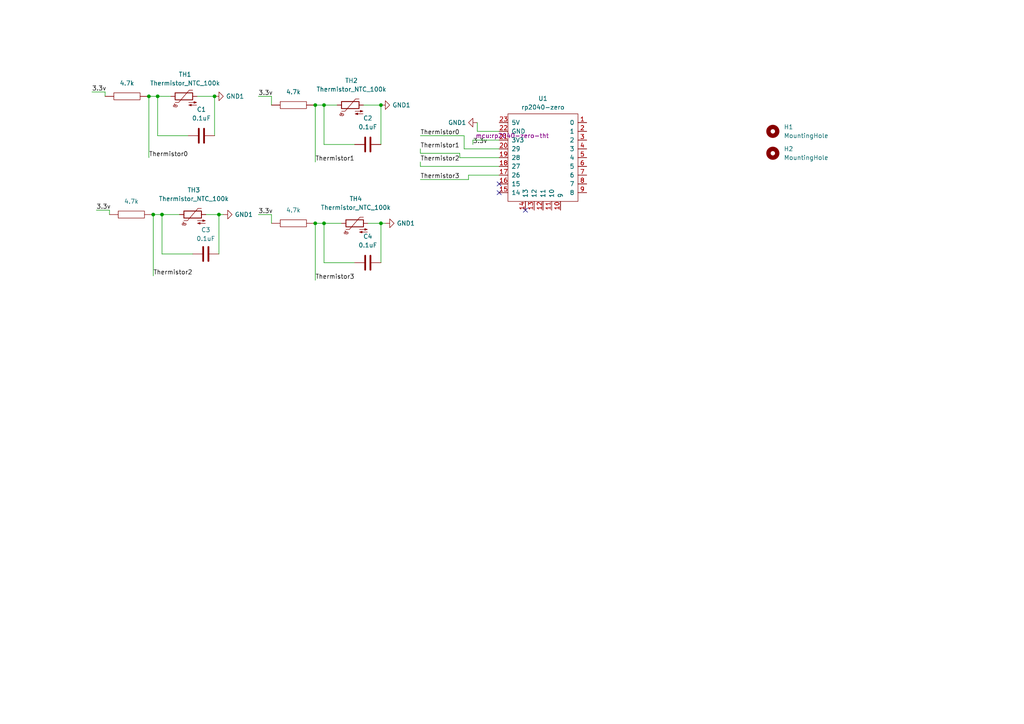
<source format=kicad_sch>
(kicad_sch (version 20231120) (generator "eeschema") (generator_version "8.0")
  (paper "A4")
  (lib_symbols
    (symbol "Device:C" (pin_numbers hide) (pin_names (offset 0.254))
      (property "Reference" "C" (at 0.635 2.54 0))
      (property "Value" "C" (at 0.635 -2.54 0))
      (symbol "C_0_1"
        (polyline (pts (xy -2.032 -0.762) (xy 2.032 -0.762)) (stroke (width 0.508)))
        (polyline (pts (xy -2.032 0.762) (xy 2.032 0.762)) (stroke (width 0.508)))
      )
      (symbol "C_1_1"
        (pin passive line (at 0 3.81 270) (length 2.794) (name "~") (number "1"))
        (pin passive line (at 0 -3.81 90) (length 2.794) (name "~") (number "2"))
      )
    )
    (symbol "Device:Thermistor_NTC" (pin_numbers hide) (pin_names (offset 0))
      (property "Reference" "TH" (at -4.445 0 90))
      (property "Value" "Thermistor_NTC" (at 3.175 0 90))
      (symbol "Thermistor_NTC_0_1"
        (arc (start -3.048 2.159) (mid -3.0495 2.3143) (end -3.175 2.413))
        (arc (start -3.048 2.159) (mid -2.9736 1.9794) (end -2.794 1.905))
        (arc (start -3.048 2.794) (mid -2.9736 2.6144) (end -2.794 2.54))
        (arc (start -2.794 1.905) (mid -2.6144 1.9794) (end -2.54 2.159))
        (arc (start -2.794 2.54) (mid -2.4393 2.5587) (end -2.159 2.794))
        (arc (start -2.794 3.048) (mid -2.9736 2.9736) (end -3.048 2.794))
        (arc (start -2.54 2.794) (mid -2.6144 2.9736) (end -2.794 3.048))
        (rectangle (start -1.016 2.54) (end 1.016 -2.54) (stroke (width 0.254)))
        (polyline (pts (xy -2.54 2.159) (xy -2.54 2.794)))
        (polyline (pts (xy -1.778 2.54) (xy -1.778 1.524) (xy 1.778 -1.524) (xy 1.778 -2.54)))
        (polyline (pts (xy -2.54 -3.683) (xy -2.54 -1.397) (xy -2.794 -2.159) (xy -2.286 -2.159) (xy -2.54 -1.397) (xy -2.54 -1.651)) (fill (type outline)))
        (polyline (pts (xy -1.778 -1.397) (xy -1.778 -3.683) (xy -2.032 -2.921) (xy -1.524 -2.921) (xy -1.778 -3.683) (xy -1.778 -3.429)) (fill (type outline)))
      )
      (symbol "Thermistor_NTC_1_1"
        (pin passive line (at 0 3.81 270) (length 1.27) (name "~") (number "1"))
        (pin passive line (at 0 -3.81 90) (length 1.27) (name "~") (number "2"))
      )
    )
    (symbol "Mechanical:MountingHole" (pin_names (offset 1.016))
      (property "Reference" "H" (at 0 5.08 0))
      (property "Value" "MountingHole" (at 0 3.175 0))
      (symbol "MountingHole_0_1"
        (circle (center 0 0) (radius 1.27) (stroke (width 1.27)))
      )
    )
    (symbol "mcu:rp2040-zero" (pin_names (offset 1.016))
      (property "Reference" "U" (at 0 15.24 0))
      (property "Value" "rp2040-zero" (at 0 12.7 0))
      (symbol "rp2040-zero_0_1"
        (rectangle (start -10.16 11.43) (end 10.16 -13.97))
      )
      (symbol "rp2040-zero_1_1"
        (pin bidirectional line (at 12.7 8.89 180) (length 2.54) (name "0") (number "1"))
        (pin bidirectional line (at 5.08 -16.51 90) (length 2.54) (name "9") (number "10"))
        (pin bidirectional line (at 2.54 -16.51 90) (length 2.54) (name "10") (number "11"))
        (pin bidirectional line (at 0 -16.51 90) (length 2.54) (name "11") (number "12"))
        (pin bidirectional line (at -2.54 -16.51 90) (length 2.54) (name "12") (number "13"))
        (pin bidirectional line (at -5.08 -16.51 90) (length 2.54) (name "13") (number "14"))
        (pin bidirectional line (at -12.7 -11.43 0) (length 2.54) (name "14") (number "15"))
        (pin bidirectional line (at -12.7 -8.89 0) (length 2.54) (name "15") (number "16"))
        (pin bidirectional line (at -12.7 -6.35 0) (length 2.54) (name "26") (number "17"))
        (pin bidirectional line (at -12.7 -3.81 0) (length 2.54) (name "27") (number "18"))
        (pin bidirectional line (at -12.7 -1.27 0) (length 2.54) (name "28") (number "19"))
        (pin bidirectional line (at 12.7 6.35 180) (length 2.54) (name "1") (number "2"))
        (pin bidirectional line (at -12.7 1.27 0) (length 2.54) (name "29") (number "20"))
        (pin power_out line (at -12.7 3.81 0) (length 2.54) (name "3V3") (number "21"))
        (pin power_out line (at -12.7 6.35 0) (length 2.54) (name "GND") (number "22"))
        (pin power_out line (at -12.7 8.89 0) (length 2.54) (name "5V") (number "23"))
        (pin bidirectional line (at 12.7 3.81 180) (length 2.54) (name "2") (number "3"))
        (pin bidirectional line (at 12.7 1.27 180) (length 2.54) (name "3") (number "4"))
        (pin bidirectional line (at 12.7 -1.27 180) (length 2.54) (name "4") (number "5"))
        (pin bidirectional line (at 12.7 -3.81 180) (length 2.54) (name "5") (number "6"))
        (pin bidirectional line (at 12.7 -6.35 180) (length 2.54) (name "6") (number "7"))
        (pin bidirectional line (at 12.7 -8.89 180) (length 2.54) (name "7") (number "8"))
        (pin bidirectional line (at 12.7 -11.43 180) (length 2.54) (name "8") (number "9"))
      )
    )
    (symbol "power:GND1" (power) (pin_names (offset 0))
      (property "Value" "GND1" (at 0 -3.81 0))
      (symbol "GND1_0_1"
        (polyline (pts (xy 0 0) (xy 0 -1.27) (xy 1.27 -1.27) (xy 0 -2.54) (xy -1.27 -1.27) (xy 0 -1.27)))
      )
      (symbol "GND1_1_1"
        (pin power_in line (at 0 0 270) (length 0) hide (name "GND1") (number "1"))
      )
    )
    (symbol "pspice:R" (pin_numbers hide) (pin_names (offset 0))
      (property "Reference" "R" (at 2.032 0 90))
      (property "Value" "R" (at 0 0 90))
      (symbol "R_0_1"
        (rectangle (start -1.016 3.81) (end 1.016 -3.81))
      )
      (symbol "R_1_1"
        (pin passive line (at 0 6.35 270) (length 2.54) (name "~") (number "1"))
        (pin passive line (at 0 -6.35 90) (length 2.54) (name "~") (number "2"))
      )
    )
  )
  (junction (at 62.23 27.94))
  (junction (at 110.49 30.48))
  (junction (at 110.49 64.77))
  (junction (at 43.18 27.94))
  (junction (at 93.98 64.77))
  (junction (at 91.44 30.48))
  (junction (at 44.45 62.23))
  (junction (at 46.99 62.23))
  (junction (at 93.98 30.48))
  (junction (at 91.44 64.77))
  (junction (at 63.5 62.23))
  (junction (at 45.72 27.94))
  (no_connect (at 144.78 53.34))
  (no_connect (at 144.78 55.88))
  (no_connect (at 152.4 60.96))
  (wire (pts (xy 55.88 73.66) (xy 46.99 73.66)))
  (wire (pts (xy 134.62 39.37) (xy 121.92 39.37)))
  (wire (pts (xy 54.61 39.37) (xy 45.72 39.37)))
  (wire (pts (xy 134.62 43.18) (xy 134.62 39.37)))
  (wire (pts (xy 45.72 39.37) (xy 45.72 27.94)))
  (wire (pts (xy 91.44 64.77) (xy 93.98 64.77)))
  (wire (pts (xy 121.92 44.45) (xy 133.35 44.45)))
  (wire (pts (xy 137.16 40.64) (xy 137.16 41.91)))
  (wire (pts (xy 110.49 30.48) (xy 110.49 41.91)))
  (wire (pts (xy 59.69 62.23) (xy 63.5 62.23)))
  (wire (pts (xy 133.35 44.45) (xy 133.35 45.72)))
  (wire (pts (xy 102.87 76.2) (xy 93.98 76.2)))
  (wire (pts (xy 93.98 41.91) (xy 93.98 30.48)))
  (wire (pts (xy 110.49 64.77) (xy 111.76 64.77)))
  (wire (pts (xy 144.78 38.1) (xy 138.43 38.1)))
  (wire (pts (xy 78.74 62.23) (xy 78.74 64.77)))
  (wire (pts (xy 135.89 52.07) (xy 135.89 50.8)))
  (wire (pts (xy 144.78 48.26) (xy 121.92 48.26)))
  (wire (pts (xy 93.98 76.2) (xy 93.98 64.77)))
  (wire (pts (xy 74.93 27.94) (xy 78.74 27.94)))
  (wire (pts (xy 43.18 27.94) (xy 43.18 45.72)))
  (wire (pts (xy 105.41 30.48) (xy 110.49 30.48)))
  (wire (pts (xy 121.92 48.26) (xy 121.92 46.99)))
  (wire (pts (xy 91.44 30.48) (xy 91.44 46.99)))
  (wire (pts (xy 30.48 26.67) (xy 30.48 27.94)))
  (wire (pts (xy 44.45 62.23) (xy 44.45 80.01)))
  (wire (pts (xy 78.74 27.94) (xy 78.74 30.48)))
  (wire (pts (xy 106.68 64.77) (xy 110.49 64.77)))
  (wire (pts (xy 133.35 45.72) (xy 144.78 45.72)))
  (wire (pts (xy 45.72 27.94) (xy 49.53 27.94)))
  (wire (pts (xy 93.98 64.77) (xy 99.06 64.77)))
  (wire (pts (xy 27.94 60.96) (xy 31.75 60.96)))
  (wire (pts (xy 57.15 27.94) (xy 62.23 27.94)))
  (wire (pts (xy 144.78 40.64) (xy 137.16 40.64)))
  (wire (pts (xy 91.44 30.48) (xy 93.98 30.48)))
  (wire (pts (xy 46.99 73.66) (xy 46.99 62.23)))
  (wire (pts (xy 74.93 62.23) (xy 78.74 62.23)))
  (wire (pts (xy 93.98 30.48) (xy 97.79 30.48)))
  (wire (pts (xy 144.78 43.18) (xy 134.62 43.18)))
  (wire (pts (xy 44.45 62.23) (xy 46.99 62.23)))
  (wire (pts (xy 135.89 50.8) (xy 144.78 50.8)))
  (wire (pts (xy 31.75 60.96) (xy 31.75 62.23)))
  (wire (pts (xy 138.43 38.1) (xy 138.43 35.56)))
  (wire (pts (xy 102.87 41.91) (xy 93.98 41.91)))
  (wire (pts (xy 110.49 64.77) (xy 110.49 76.2)))
  (wire (pts (xy 26.67 26.67) (xy 30.48 26.67)))
  (wire (pts (xy 63.5 62.23) (xy 63.5 73.66)))
  (wire (pts (xy 121.92 52.07) (xy 135.89 52.07)))
  (wire (pts (xy 62.23 27.94) (xy 62.23 39.37)))
  (wire (pts (xy 91.44 64.77) (xy 91.44 81.28)))
  (wire (pts (xy 63.5 62.23) (xy 64.77 62.23)))
  (wire (pts (xy 46.99 62.23) (xy 52.07 62.23)))
  (wire (pts (xy 43.18 27.94) (xy 45.72 27.94)))
  (wire (pts (xy 121.92 43.18) (xy 121.92 44.45)))
  (label "3.3v" (at 137.16 41.91 0))
  (label "Thermistor0" (at 121.92 39.37 0))
  (label "3.3v" (at 26.67 26.67 0))
  (label "Thermistor2" (at 121.92 46.99 0))
  (label "Thermistor1" (at 121.92 43.18 0))
  (label "Thermistor1" (at 91.44 46.99 0))
  (label "3.3v" (at 27.94 60.96 0))
  (label "Thermistor3" (at 91.44 81.28 0))
  (label "3.3v" (at 74.93 27.94 0))
  (label "Thermistor3" (at 121.92 52.07 0))
  (label "3.3v" (at 74.93 62.23 0))
  (label "Thermistor0" (at 43.18 45.72 0))
  (label "Thermistor2" (at 44.45 80.01 0))
  (symbol (lib_id "Device:Thermistor_NTC") (at 55.88 62.23 90) (unit 1)
    (property "Reference" "TH3" (at 56.1975 55.118 90))
    (property "Value" "Thermistor_NTC_100k" (at 56.1975 57.658 90))
    (property "Footprint" "Connector_JST:JST_XH_B2B-XH-A_1x02_P2.50mm_Vertical" (effects (hide yes)))
  )
  (symbol (lib_id "pspice:R") (at 85.09 30.48 90) (unit 1)
    (property "Reference" "T1R3" (effects (hide yes)))
    (property "Value" "4.7k" (at 85.09 26.67 90))
    (property "Footprint" "Resistor_THT:R_Axial_DIN0204_L3.6mm_D1.6mm_P2.54mm_Vertical" (effects (hide yes)))
  )
  (symbol (lib_id "Mechanical:MountingHole") (at 224.155 44.45 0) (unit 1)
    (property "Reference" "H2" (at 227.33 43.18 0) (effects (justify left)))
    (property "Value" "MountingHole" (at 227.33 45.72 0) (effects (justify left)))
    (property "Footprint" "MountingHole:MountingHole_3.2mm_M3_DIN965_Pad" (effects (hide yes)))
  )
  (symbol (lib_id "Device:Thermistor_NTC") (at 53.34 27.94 90) (unit 1)
    (property "Reference" "TH1" (at 53.6575 21.59 90))
    (property "Value" "Thermistor_NTC_100k" (at 53.6575 24.13 90))
    (property "Footprint" "Connector_JST:JST_XH_B2B-XH-A_1x02_P2.50mm_Vertical" (effects (hide yes)))
  )
  (symbol (lib_id "power:GND1") (at 111.76 64.77 90) (unit 1)
    (property "Reference" "#PWR04" (effects (hide yes)))
    (property "Value" "GND1" (at 115.062 64.7699 90) (effects (justify right)))
  )
  (symbol (lib_id "Device:Thermistor_NTC") (at 101.6 30.48 90) (unit 1)
    (property "Reference" "TH2" (at 101.9175 23.368 90))
    (property "Value" "Thermistor_NTC_100k" (at 101.9175 25.908 90))
    (property "Footprint" "Connector_JST:JST_XH_B2B-XH-A_1x02_P2.50mm_Vertical" (effects (hide yes)))
  )
  (symbol (lib_id "Device:C") (at 106.68 41.91 90) (unit 1)
    (property "Reference" "C2" (at 106.68 34.29 90))
    (property "Value" "0.1uF" (at 106.68 36.83 90))
    (property "Footprint" "Capacitor_THT:C_Disc_D7.0mm_W2.5mm_P5.00mm" (effects (hide yes)))
  )
  (symbol (lib_id "Device:Thermistor_NTC") (at 102.87 64.77 90) (unit 1)
    (property "Reference" "TH4" (at 103.1875 57.658 90))
    (property "Value" "Thermistor_NTC_100k" (at 103.1875 60.198 90))
    (property "Footprint" "Connector_JST:JST_XH_B2B-XH-A_1x02_P2.50mm_Vertical" (effects (hide yes)))
  )
  (symbol (lib_id "Device:C") (at 59.69 73.66 90) (unit 1)
    (property "Reference" "C3" (at 59.69 66.675 90))
    (property "Value" "0.1uF" (at 59.69 69.215 90))
    (property "Footprint" "Capacitor_THT:C_Disc_D7.0mm_W2.5mm_P5.00mm" (effects (hide yes)))
  )
  (symbol (lib_id "Device:C") (at 58.42 39.37 90) (unit 1)
    (property "Reference" "C1" (at 58.42 31.75 90))
    (property "Value" "0.1uF" (at 58.42 34.29 90))
    (property "Footprint" "Capacitor_THT:C_Disc_D7.0mm_W2.5mm_P5.00mm" (effects (hide yes)))
  )
  (symbol (lib_id "power:GND1") (at 110.49 30.48 90) (unit 1)
    (property "Reference" "#PWR03" (effects (hide yes)))
    (property "Value" "GND1" (at 113.792 30.4799 90) (effects (justify right)))
  )
  (symbol (lib_id "mcu:rp2040-zero") (at 157.48 44.45 0) (unit 1)
    (property "Reference" "U1" (at 157.48 28.575 0))
    (property "Value" "rp2040-zero" (at 157.48 31.115 0))
    (property "Footprint" "mcu:rp2040-zero-tht" (at 148.59 39.37 0))
  )
  (symbol (lib_id "power:GND1") (at 62.23 27.94 90) (unit 1)
    (property "Reference" "#PWR01" (effects (hide yes)))
    (property "Value" "GND1" (at 65.532 27.9399 90) (effects (justify right)))
  )
  (symbol (lib_id "pspice:R") (at 36.83 27.94 90) (unit 1)
    (property "Reference" "T1R1" (effects (hide yes)))
    (property "Value" "4.7k" (at 36.83 24.13 90))
    (property "Footprint" "Resistor_THT:R_Axial_DIN0204_L3.6mm_D1.6mm_P2.54mm_Vertical" (effects (hide yes)))
  )
  (symbol (lib_id "pspice:R") (at 85.09 64.77 90) (unit 1)
    (property "Reference" "T1R4" (effects (hide yes)))
    (property "Value" "4.7k" (at 85.09 60.96 90))
    (property "Footprint" "Resistor_THT:R_Axial_DIN0204_L3.6mm_D1.6mm_P2.54mm_Vertical" (effects (hide yes)))
  )
  (symbol (lib_id "Device:C") (at 106.68 76.2 90) (unit 1)
    (property "Reference" "C4" (at 106.68 68.58 90))
    (property "Value" "0.1uF" (at 106.68 71.12 90))
    (property "Footprint" "Capacitor_THT:C_Disc_D7.0mm_W2.5mm_P5.00mm" (effects (hide yes)))
  )
  (symbol (lib_id "pspice:R") (at 38.1 62.23 90) (unit 1)
    (property "Reference" "T1R2" (effects (hide yes)))
    (property "Value" "4.7k" (at 38.1 58.42 90))
    (property "Footprint" "Resistor_THT:R_Axial_DIN0204_L3.6mm_D1.6mm_P2.54mm_Vertical" (effects (hide yes)))
  )
  (symbol (lib_id "Mechanical:MountingHole") (at 224.155 38.1 0) (unit 1)
    (property "Reference" "H1" (at 227.33 36.83 0) (effects (justify left)))
    (property "Value" "MountingHole" (at 227.33 39.37 0) (effects (justify left)))
    (property "Footprint" "MountingHole:MountingHole_3.2mm_M3_DIN965_Pad" (effects (hide yes)))
  )
  (symbol (lib_id "power:GND1") (at 138.43 35.56 270) (unit 1)
    (property "Reference" "#PWR05" (effects (hide yes)))
    (property "Value" "GND1" (at 135.255 35.56 90) (effects (justify right)))
  )
  (symbol (lib_id "power:GND1") (at 64.77 62.23 90) (unit 1)
    (property "Reference" "#PWR02" (effects (hide yes)))
    (property "Value" "GND1" (at 68.072 62.2299 90) (effects (justify right)))
  )
)
</source>
